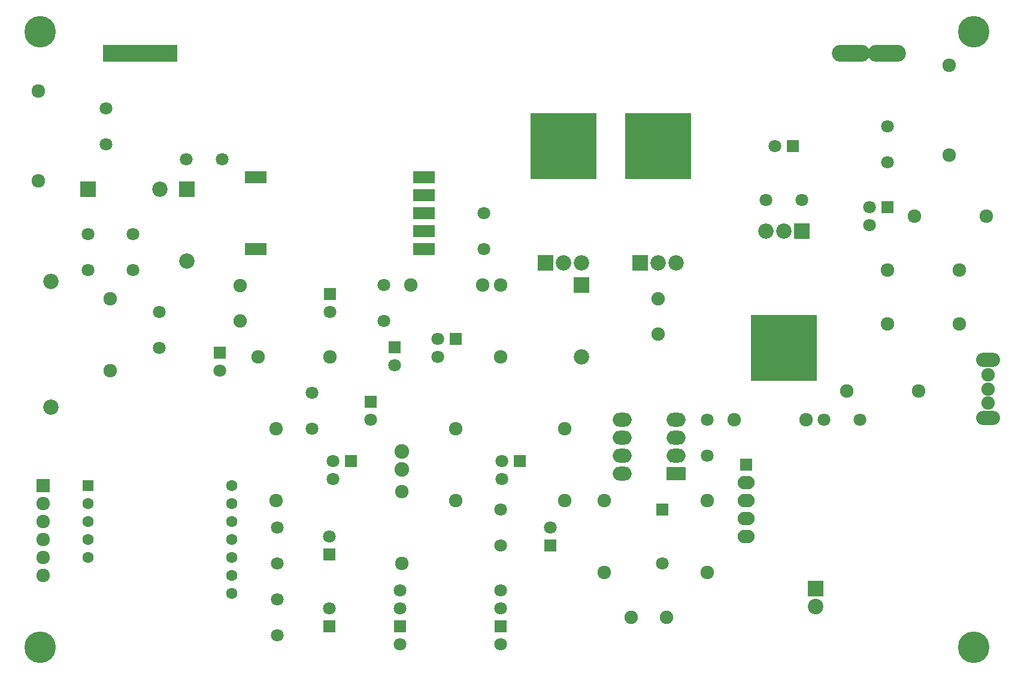
<source format=gts>
G04 (created by PCBNEW (2013-07-07 BZR 4022)-stable) date 27/11/2016 22:58:01*
%MOIN*%
G04 Gerber Fmt 3.4, Leading zero omitted, Abs format*
%FSLAX34Y34*%
G01*
G70*
G90*
G04 APERTURE LIST*
%ADD10C,0.00590551*%
%ADD11R,0.070748X0.070748*%
%ADD12C,0.070748*%
%ADD13C,0.081748*%
%ADD14C,0.075748*%
%ADD15R,0.105748X0.077748*%
%ADD16O,0.105748X0.077748*%
%ADD17R,0.124016X0.0708661*%
%ADD18C,0.085748*%
%ADD19R,0.085748X0.085748*%
%ADD20C,0.0748031*%
%ADD21C,0.0708661*%
%ADD22R,0.0708661X0.0708661*%
%ADD23R,0.075748X0.075748*%
%ADD24R,0.0629921X0.0629921*%
%ADD25C,0.0629921*%
%ADD26O,0.0944882X0.0748031*%
%ADD27R,0.0866142X0.0866142*%
%ADD28C,0.0866142*%
%ADD29R,0.365748X0.365748*%
%ADD30O,0.133858X0.0787402*%
%ADD31R,0.212598X0.0944882*%
%ADD32O,0.212598X0.0944882*%
%ADD33C,0.175748*%
G04 APERTURE END LIST*
G54D10*
G54D11*
X53250Y-36000D03*
G54D12*
X52250Y-36000D03*
X52250Y-37000D03*
G54D11*
X47400Y-42800D03*
G54D12*
X46400Y-42800D03*
X46400Y-43800D03*
G54D11*
X77267Y-28673D03*
G54D12*
X76267Y-28673D03*
X76267Y-29673D03*
G54D13*
X50250Y-43250D03*
X50250Y-42250D03*
G54D14*
X46250Y-37000D03*
X42250Y-37000D03*
X55750Y-33000D03*
X55750Y-37000D03*
X54750Y-33000D03*
X50750Y-33000D03*
X82767Y-29173D03*
X78767Y-29173D03*
X34000Y-37750D03*
X34000Y-33750D03*
X30019Y-22204D03*
X30019Y-27204D03*
X50250Y-44500D03*
X50250Y-48500D03*
X72750Y-40500D03*
X68750Y-40500D03*
X75000Y-38900D03*
X79000Y-38900D03*
X53250Y-41000D03*
X53250Y-45000D03*
X43250Y-41000D03*
X43250Y-45000D03*
X81267Y-32173D03*
X77267Y-32173D03*
X77267Y-35173D03*
X81267Y-35173D03*
G54D12*
X67250Y-42500D03*
X67250Y-40500D03*
G54D11*
X64750Y-45500D03*
G54D12*
X64750Y-48500D03*
G54D15*
X65500Y-43500D03*
G54D16*
X65500Y-42500D03*
X65500Y-41500D03*
X65500Y-40500D03*
X62500Y-40500D03*
X62500Y-41500D03*
X62500Y-42500D03*
X62500Y-43500D03*
G54D14*
X59330Y-40992D03*
X59330Y-44992D03*
X61500Y-49000D03*
X61500Y-45000D03*
X67250Y-49000D03*
X67250Y-45000D03*
G54D12*
X43300Y-46500D03*
X43300Y-48500D03*
X43307Y-50496D03*
X43307Y-52496D03*
X70500Y-28250D03*
X72500Y-28250D03*
X77267Y-26173D03*
X77267Y-24173D03*
X33767Y-23173D03*
X33767Y-25173D03*
X38250Y-26000D03*
X40250Y-26000D03*
X36750Y-36500D03*
X36750Y-34500D03*
X73750Y-40500D03*
X75750Y-40500D03*
X35267Y-30173D03*
X35267Y-32173D03*
X45250Y-41000D03*
X45250Y-39000D03*
X55750Y-45500D03*
X55750Y-47500D03*
X49250Y-35000D03*
X49250Y-33000D03*
G54D17*
X51474Y-31000D03*
X51474Y-30000D03*
X51474Y-29000D03*
X51474Y-28000D03*
X51474Y-27000D03*
X42124Y-27000D03*
X42124Y-31000D03*
G54D18*
X60250Y-37000D03*
G54D19*
X60250Y-33000D03*
G54D18*
X38267Y-31673D03*
G54D19*
X38267Y-27673D03*
G54D18*
X36767Y-27673D03*
G54D19*
X32767Y-27673D03*
G54D20*
X41250Y-33015D03*
X41250Y-34984D03*
X64500Y-33765D03*
X64500Y-35734D03*
G54D21*
X55748Y-50996D03*
X55748Y-49996D03*
G54D22*
X55748Y-51996D03*
G54D21*
X55748Y-52996D03*
X50157Y-50996D03*
X50157Y-49996D03*
G54D22*
X50157Y-51996D03*
G54D21*
X50157Y-52996D03*
G54D23*
X30267Y-44173D03*
G54D14*
X30267Y-45173D03*
X30267Y-46173D03*
X30267Y-47173D03*
X30267Y-48173D03*
X30267Y-49173D03*
G54D20*
X64984Y-51500D03*
X63015Y-51500D03*
G54D24*
X32767Y-44173D03*
G54D25*
X32767Y-45173D03*
X32767Y-46173D03*
X32767Y-47173D03*
X32767Y-48173D03*
X40767Y-50173D03*
X40767Y-49173D03*
X40767Y-48173D03*
X40767Y-47173D03*
X40767Y-46173D03*
X40767Y-45173D03*
X40767Y-44173D03*
G54D26*
X69409Y-45000D03*
X69409Y-46000D03*
X69409Y-47000D03*
X69409Y-44000D03*
G54D22*
X69409Y-43000D03*
G54D27*
X73287Y-49893D03*
G54D28*
X73287Y-50893D03*
G54D18*
X30700Y-39800D03*
X30700Y-32800D03*
X65500Y-31750D03*
G54D19*
X63500Y-31750D03*
G54D18*
X64500Y-31750D03*
G54D29*
X64500Y-25250D03*
G54D18*
X60250Y-31750D03*
G54D19*
X58250Y-31750D03*
G54D18*
X59250Y-31750D03*
G54D29*
X59250Y-25250D03*
G54D18*
X70500Y-30000D03*
G54D19*
X72500Y-30000D03*
G54D18*
X71500Y-30000D03*
G54D29*
X71500Y-36500D03*
G54D20*
X82874Y-39566D03*
X82874Y-38779D03*
X82874Y-37992D03*
G54D30*
X82874Y-40393D03*
X82874Y-37165D03*
G54D11*
X56799Y-42807D03*
G54D12*
X55799Y-42807D03*
X55799Y-43807D03*
G54D14*
X80700Y-25750D03*
X80700Y-20750D03*
G54D12*
X54800Y-29000D03*
X54800Y-31000D03*
X32767Y-32173D03*
X32767Y-30173D03*
G54D31*
X34670Y-20100D03*
X36670Y-20100D03*
G54D32*
X75233Y-20100D03*
X77233Y-20100D03*
G54D11*
X49850Y-36450D03*
G54D12*
X49850Y-37450D03*
G54D11*
X46250Y-33500D03*
G54D12*
X46250Y-34500D03*
G54D11*
X40100Y-36750D03*
G54D12*
X40100Y-37750D03*
G54D11*
X48503Y-39500D03*
G54D12*
X48503Y-40500D03*
G54D11*
X46200Y-48000D03*
G54D12*
X46200Y-47000D03*
G54D11*
X46200Y-52000D03*
G54D12*
X46200Y-51000D03*
G54D11*
X58503Y-47507D03*
G54D12*
X58503Y-46507D03*
G54D11*
X72000Y-25250D03*
G54D12*
X71000Y-25250D03*
G54D33*
X82086Y-18897D03*
X30118Y-18897D03*
X82086Y-53149D03*
X30118Y-53149D03*
M02*

</source>
